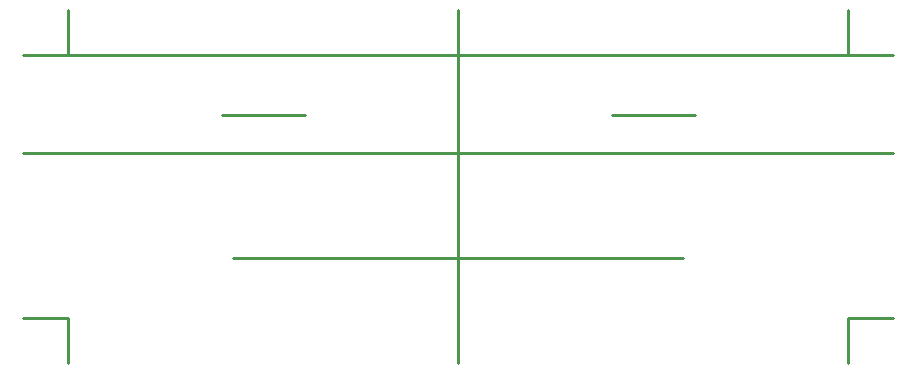
<source format=gm1>
G04*
G04 #@! TF.GenerationSoftware,Altium Limited,Altium Designer,24.2.2 (26)*
G04*
G04 Layer_Color=16711935*
%FSLAX44Y44*%
%MOMM*%
G71*
G04*
G04 #@! TF.SameCoordinates,AE1E6ACB-0CC1-432D-8EAE-CAE1C6468999*
G04*
G04*
G04 #@! TF.FilePolarity,Positive*
G04*
G01*
G75*
%ADD10C,0.2540*%
D10*
X130175Y95250D02*
X200025D01*
X-200025D02*
X-130175D01*
X-330200Y146050D02*
X-165100D01*
X0D01*
X330200D01*
Y184150D01*
X330200Y-76200D02*
X368300D01*
X330200Y-114300D02*
Y-76200D01*
X330200Y146050D02*
X368300D01*
X-368300D02*
X-330200D01*
Y184150D01*
X-330200Y-114300D02*
Y-76200D01*
X-368300D02*
X-330200D01*
X-0Y-114300D02*
X0Y184150D01*
X-368300Y63500D02*
X368300D01*
X-190500Y-25400D02*
X190500D01*
M02*

</source>
